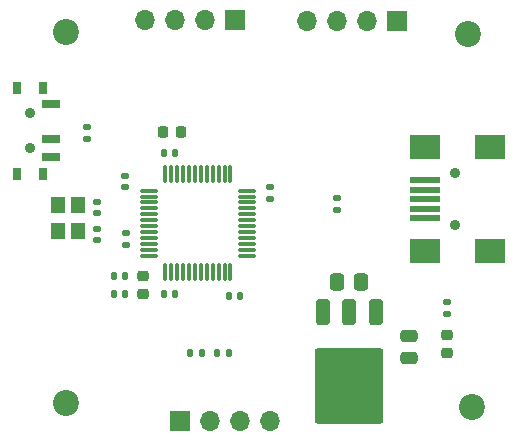
<source format=gbr>
%TF.GenerationSoftware,KiCad,Pcbnew,7.0.11*%
%TF.CreationDate,2024-12-27T12:08:24+01:00*%
%TF.ProjectId,Esp32 dev board,45737033-3220-4646-9576-20626f617264,rev?*%
%TF.SameCoordinates,Original*%
%TF.FileFunction,Soldermask,Top*%
%TF.FilePolarity,Negative*%
%FSLAX46Y46*%
G04 Gerber Fmt 4.6, Leading zero omitted, Abs format (unit mm)*
G04 Created by KiCad (PCBNEW 7.0.11) date 2024-12-27 12:08:24*
%MOMM*%
%LPD*%
G01*
G04 APERTURE LIST*
G04 Aperture macros list*
%AMRoundRect*
0 Rectangle with rounded corners*
0 $1 Rounding radius*
0 $2 $3 $4 $5 $6 $7 $8 $9 X,Y pos of 4 corners*
0 Add a 4 corners polygon primitive as box body*
4,1,4,$2,$3,$4,$5,$6,$7,$8,$9,$2,$3,0*
0 Add four circle primitives for the rounded corners*
1,1,$1+$1,$2,$3*
1,1,$1+$1,$4,$5*
1,1,$1+$1,$6,$7*
1,1,$1+$1,$8,$9*
0 Add four rect primitives between the rounded corners*
20,1,$1+$1,$2,$3,$4,$5,0*
20,1,$1+$1,$4,$5,$6,$7,0*
20,1,$1+$1,$6,$7,$8,$9,0*
20,1,$1+$1,$8,$9,$2,$3,0*%
G04 Aperture macros list end*
%ADD10RoundRect,0.140000X0.170000X-0.140000X0.170000X0.140000X-0.170000X0.140000X-0.170000X-0.140000X0*%
%ADD11R,0.800000X1.000000*%
%ADD12C,0.900000*%
%ADD13R,1.500000X0.700000*%
%ADD14R,2.500000X0.500000*%
%ADD15R,2.500000X2.000000*%
%ADD16C,2.200000*%
%ADD17RoundRect,0.140000X-0.140000X-0.170000X0.140000X-0.170000X0.140000X0.170000X-0.140000X0.170000X0*%
%ADD18R,1.200000X1.400000*%
%ADD19RoundRect,0.140000X0.140000X0.170000X-0.140000X0.170000X-0.140000X-0.170000X0.140000X-0.170000X0*%
%ADD20R,1.700000X1.700000*%
%ADD21O,1.700000X1.700000*%
%ADD22RoundRect,0.135000X-0.135000X-0.185000X0.135000X-0.185000X0.135000X0.185000X-0.135000X0.185000X0*%
%ADD23RoundRect,0.135000X-0.185000X0.135000X-0.185000X-0.135000X0.185000X-0.135000X0.185000X0.135000X0*%
%ADD24RoundRect,0.218750X-0.256250X0.218750X-0.256250X-0.218750X0.256250X-0.218750X0.256250X0.218750X0*%
%ADD25RoundRect,0.250000X0.475000X-0.250000X0.475000X0.250000X-0.475000X0.250000X-0.475000X-0.250000X0*%
%ADD26RoundRect,0.135000X0.185000X-0.135000X0.185000X0.135000X-0.185000X0.135000X-0.185000X-0.135000X0*%
%ADD27RoundRect,0.225000X-0.225000X-0.250000X0.225000X-0.250000X0.225000X0.250000X-0.225000X0.250000X0*%
%ADD28RoundRect,0.250000X-0.350000X0.850000X-0.350000X-0.850000X0.350000X-0.850000X0.350000X0.850000X0*%
%ADD29RoundRect,0.249997X-2.650003X2.950003X-2.650003X-2.950003X2.650003X-2.950003X2.650003X2.950003X0*%
%ADD30RoundRect,0.250000X-0.337500X-0.475000X0.337500X-0.475000X0.337500X0.475000X-0.337500X0.475000X0*%
%ADD31RoundRect,0.140000X-0.170000X0.140000X-0.170000X-0.140000X0.170000X-0.140000X0.170000X0.140000X0*%
%ADD32RoundRect,0.135000X0.135000X0.185000X-0.135000X0.185000X-0.135000X-0.185000X0.135000X-0.185000X0*%
%ADD33RoundRect,0.075000X-0.075000X-0.662500X0.075000X-0.662500X0.075000X0.662500X-0.075000X0.662500X0*%
%ADD34RoundRect,0.075000X-0.662500X-0.075000X0.662500X-0.075000X0.662500X0.075000X-0.662500X0.075000X0*%
G04 APERTURE END LIST*
D10*
%TO.C,C6*%
X194560000Y-61860000D03*
X194560000Y-60900000D03*
%TD*%
D11*
%TO.C,SW1*%
X187550000Y-48560000D03*
X185340000Y-48560000D03*
D12*
X186440000Y-50710000D03*
X186440000Y-53710000D03*
D11*
X187550000Y-55860000D03*
X185340000Y-55860000D03*
D13*
X188200000Y-49960000D03*
X188200000Y-52960000D03*
X188200000Y-54460000D03*
%TD*%
D12*
%TO.C,J1*%
X222445000Y-60230000D03*
X222445000Y-55830000D03*
D14*
X219845000Y-59630000D03*
X219845000Y-58830000D03*
X219845000Y-58030000D03*
X219845000Y-57230000D03*
X219845000Y-56430000D03*
D15*
X219845000Y-62430000D03*
X225345000Y-62430000D03*
X219845000Y-53630000D03*
X225345000Y-53630000D03*
%TD*%
D16*
%TO.C,H3*%
X189480000Y-75260000D03*
%TD*%
%TO.C,H2*%
X223500000Y-44000000D03*
%TD*%
%TO.C,H4*%
X223870000Y-75620000D03*
%TD*%
%TO.C,H1*%
X189480000Y-43880000D03*
%TD*%
D17*
%TO.C,C1*%
X197780000Y-54080000D03*
X198740000Y-54080000D03*
%TD*%
D18*
%TO.C,Y1*%
X188800000Y-58500000D03*
X188800000Y-60700000D03*
X190500000Y-60700000D03*
X190500000Y-58500000D03*
%TD*%
D19*
%TO.C,C7*%
X194500000Y-64500000D03*
X193540000Y-64500000D03*
%TD*%
D20*
%TO.C,J4*%
X199180000Y-76830000D03*
D21*
X201720000Y-76830000D03*
X204260000Y-76830000D03*
X206800000Y-76830000D03*
%TD*%
D19*
%TO.C,C3*%
X204250000Y-66190000D03*
X203290000Y-66190000D03*
%TD*%
D22*
%TO.C,R5*%
X202230000Y-71000000D03*
X203250000Y-71000000D03*
%TD*%
D23*
%TO.C,R2*%
X212430000Y-57890000D03*
X212430000Y-58910000D03*
%TD*%
D24*
%TO.C,D1*%
X221750000Y-69500000D03*
X221750000Y-71075000D03*
%TD*%
D25*
%TO.C,C12*%
X218487500Y-71490000D03*
X218487500Y-69590000D03*
%TD*%
D26*
%TO.C,R3*%
X221750000Y-67760000D03*
X221750000Y-66740000D03*
%TD*%
D10*
%TO.C,C10*%
X192150000Y-59210000D03*
X192150000Y-58250000D03*
%TD*%
D26*
%TO.C,R1*%
X191300000Y-52930000D03*
X191300000Y-51910000D03*
%TD*%
D27*
%TO.C,C5*%
X199215000Y-52290000D03*
X197665000Y-52290000D03*
%TD*%
D20*
%TO.C,J2*%
X217510000Y-42910000D03*
D21*
X214970000Y-42910000D03*
X212430000Y-42910000D03*
X209890000Y-42910000D03*
%TD*%
D10*
%TO.C,C11*%
X192150000Y-61480000D03*
X192150000Y-60520000D03*
%TD*%
%TO.C,C4*%
X194500000Y-57000000D03*
X194500000Y-56040000D03*
%TD*%
D28*
%TO.C,U1*%
X215767500Y-67550000D03*
X213487500Y-67550000D03*
D29*
X213487500Y-73850000D03*
D28*
X211207500Y-67550000D03*
%TD*%
D30*
%TO.C,C13*%
X212412500Y-65040000D03*
X214487500Y-65040000D03*
%TD*%
D20*
%TO.C,J3*%
X203830000Y-42850000D03*
D21*
X201290000Y-42850000D03*
X198750000Y-42850000D03*
X196210000Y-42850000D03*
%TD*%
D17*
%TO.C,C9*%
X197790000Y-66000000D03*
X198750000Y-66000000D03*
%TD*%
D31*
%TO.C,C2*%
X206750000Y-57020000D03*
X206750000Y-57980000D03*
%TD*%
D19*
%TO.C,C8*%
X194480000Y-66000000D03*
X193520000Y-66000000D03*
%TD*%
D32*
%TO.C,R4*%
X201010000Y-71000000D03*
X199990000Y-71000000D03*
%TD*%
D33*
%TO.C,U4*%
X197910000Y-55880000D03*
X198410000Y-55880000D03*
X198910000Y-55880000D03*
X199410000Y-55880000D03*
X199910000Y-55880000D03*
X200410000Y-55880000D03*
X200910000Y-55880000D03*
X201410000Y-55880000D03*
X201910000Y-55880000D03*
X202410000Y-55880000D03*
X202910000Y-55880000D03*
X203410000Y-55880000D03*
D34*
X204822500Y-57292500D03*
X204822500Y-57792500D03*
X204822500Y-58292500D03*
X204822500Y-58792500D03*
X204822500Y-59292500D03*
X204822500Y-59792500D03*
X204822500Y-60292500D03*
X204822500Y-60792500D03*
X204822500Y-61292500D03*
X204822500Y-61792500D03*
X204822500Y-62292500D03*
X204822500Y-62792500D03*
D33*
X203410000Y-64205000D03*
X202910000Y-64205000D03*
X202410000Y-64205000D03*
X201910000Y-64205000D03*
X201410000Y-64205000D03*
X200910000Y-64205000D03*
X200410000Y-64205000D03*
X199910000Y-64205000D03*
X199410000Y-64205000D03*
X198910000Y-64205000D03*
X198410000Y-64205000D03*
X197910000Y-64205000D03*
D34*
X196497500Y-62792500D03*
X196497500Y-62292500D03*
X196497500Y-61792500D03*
X196497500Y-61292500D03*
X196497500Y-60792500D03*
X196497500Y-60292500D03*
X196497500Y-59792500D03*
X196497500Y-59292500D03*
X196497500Y-58792500D03*
X196497500Y-58292500D03*
X196497500Y-57792500D03*
X196497500Y-57292500D03*
%TD*%
D24*
%TO.C,FB1*%
X196000000Y-64500000D03*
X196000000Y-66075000D03*
%TD*%
M02*

</source>
